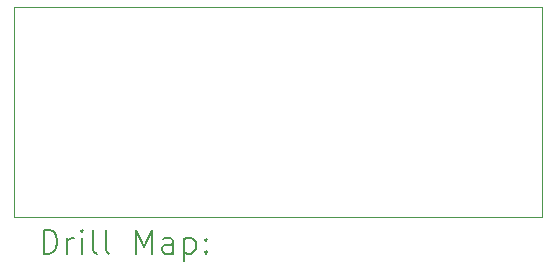
<source format=gbr>
%FSLAX45Y45*%
G04 Gerber Fmt 4.5, Leading zero omitted, Abs format (unit mm)*
G04 Created by KiCad (PCBNEW (6.0.4-0)) date 2022-04-07 00:07:43*
%MOMM*%
%LPD*%
G01*
G04 APERTURE LIST*
%TA.AperFunction,Profile*%
%ADD10C,0.050000*%
%TD*%
%ADD11C,0.200000*%
G04 APERTURE END LIST*
D10*
X10566400Y-889000D02*
X10566400Y889000D01*
X15036800Y-889000D02*
X10566400Y-889000D01*
X15036800Y889000D02*
X15036800Y-889000D01*
X10566400Y889000D02*
X15036800Y889000D01*
D11*
X10821519Y-1201976D02*
X10821519Y-1001976D01*
X10869138Y-1001976D01*
X10897710Y-1011500D01*
X10916757Y-1030548D01*
X10926281Y-1049595D01*
X10935805Y-1087690D01*
X10935805Y-1116262D01*
X10926281Y-1154357D01*
X10916757Y-1173405D01*
X10897710Y-1192452D01*
X10869138Y-1201976D01*
X10821519Y-1201976D01*
X11021519Y-1201976D02*
X11021519Y-1068643D01*
X11021519Y-1106738D02*
X11031043Y-1087690D01*
X11040567Y-1078167D01*
X11059614Y-1068643D01*
X11078662Y-1068643D01*
X11145329Y-1201976D02*
X11145329Y-1068643D01*
X11145329Y-1001976D02*
X11135805Y-1011500D01*
X11145329Y-1021024D01*
X11154852Y-1011500D01*
X11145329Y-1001976D01*
X11145329Y-1021024D01*
X11269138Y-1201976D02*
X11250090Y-1192452D01*
X11240567Y-1173405D01*
X11240567Y-1001976D01*
X11373900Y-1201976D02*
X11354852Y-1192452D01*
X11345328Y-1173405D01*
X11345328Y-1001976D01*
X11602471Y-1201976D02*
X11602471Y-1001976D01*
X11669138Y-1144833D01*
X11735805Y-1001976D01*
X11735805Y-1201976D01*
X11916757Y-1201976D02*
X11916757Y-1097214D01*
X11907233Y-1078167D01*
X11888186Y-1068643D01*
X11850090Y-1068643D01*
X11831043Y-1078167D01*
X11916757Y-1192452D02*
X11897709Y-1201976D01*
X11850090Y-1201976D01*
X11831043Y-1192452D01*
X11821519Y-1173405D01*
X11821519Y-1154357D01*
X11831043Y-1135310D01*
X11850090Y-1125786D01*
X11897709Y-1125786D01*
X11916757Y-1116262D01*
X12011995Y-1068643D02*
X12011995Y-1268643D01*
X12011995Y-1078167D02*
X12031043Y-1068643D01*
X12069138Y-1068643D01*
X12088186Y-1078167D01*
X12097709Y-1087690D01*
X12107233Y-1106738D01*
X12107233Y-1163881D01*
X12097709Y-1182929D01*
X12088186Y-1192452D01*
X12069138Y-1201976D01*
X12031043Y-1201976D01*
X12011995Y-1192452D01*
X12192948Y-1182929D02*
X12202471Y-1192452D01*
X12192948Y-1201976D01*
X12183424Y-1192452D01*
X12192948Y-1182929D01*
X12192948Y-1201976D01*
X12192948Y-1078167D02*
X12202471Y-1087690D01*
X12192948Y-1097214D01*
X12183424Y-1087690D01*
X12192948Y-1078167D01*
X12192948Y-1097214D01*
M02*

</source>
